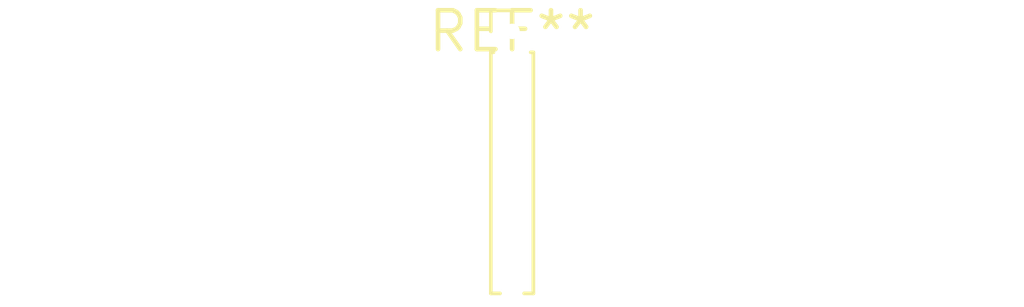
<source format=kicad_pcb>
(kicad_pcb (version 20240108) (generator pcbnew)
  (layers (0 "F.Cu" signal) (31 "B.Cu" signal) (34 "B.Paste" user) (35 "F.Paste" user) (36 "B.SilkS" user "B.Silkscreen") (37 "F.SilkS" user "F.Silkscreen") (38 "B.Mask" user) (39 "F.Mask" user) (44 "Edge.Cuts" user))
  (net 0 "")
  (footprint "PinHeader_1x09_P1.00mm_Vertical" (layer "F.Cu") (at 0 0)
    (property "Reference" "REF**")
    (property "Value" "PinHeader_1x09_P1.00mm_Vertical")
    (fp_line (start -0.695 -0.685) (end 0 -0.685) (layer "F.SilkS") (stroke (width 0.12)))
    (fp_line (start -0.695 0) (end -0.695 -0.685) (layer "F.SilkS") (stroke (width 0.12)))
    (fp_line (start -0.695 0.685) (end -0.695 8.56) (layer "F.SilkS") (stroke (width 0.12)))
    (fp_line (start -0.695 0.685) (end -0.608276 0.685) (layer "F.SilkS") (stroke (width 0.12)))
    (fp_line (start -0.695 8.56) (end -0.394493 8.56) (layer "F.SilkS") (stroke (width 0.12)))
    (fp_line (start 0.394493 8.56) (end 0.695 8.56) (layer "F.SilkS") (stroke (width 0.12)))
    (fp_line (start 0.608276 0.685) (end 0.695 0.685) (layer "F.SilkS") (stroke (width 0.12)))
    (fp_line (start 0.695 0.685) (end 0.695 8.56) (layer "F.SilkS") (stroke (width 0.12)))
    (pad "1" thru_hole rect (at 0 0) (size 0.85 0.85) (drill 0.5) (layers *.Cu *.Mask) (remove_unused_layers))
    (pad "2" thru_hole oval (at 0 1) (size 0.85 0.85) (drill 0.5) (layers *.Cu *.Mask) (remove_unused_layers))
    (pad "3" thru_hole oval (at 0 2) (size 0.85 0.85) (drill 0.5) (layers *.Cu *.Mask) (remove_unused_layers))
    (pad "4" thru_hole oval (at 0 3) (size 0.85 0.85) (drill 0.5) (layers *.Cu *.Mask) (remove_unused_layers))
    (pad "5" thru_hole oval (at 0 4) (size 0.85 0.85) (drill 0.5) (layers *.Cu *.Mask) (remove_unused_layers))
    (pad "6" thru_hole oval (at 0 5) (size 0.85 0.85) (drill 0.5) (layers *.Cu *.Mask) (remove_unused_layers))
    (pad "7" thru_hole oval (at 0 6) (size 0.85 0.85) (drill 0.5) (layers *.Cu *.Mask) (remove_unused_layers))
    (pad "8" thru_hole oval (at 0 7) (size 0.85 0.85) (drill 0.5) (layers *.Cu *.Mask) (remove_unused_layers))
    (pad "9" thru_hole oval (at 0 8) (size 0.85 0.85) (drill 0.5) (layers *.Cu *.Mask) (remove_unused_layers))
  )
)
</source>
